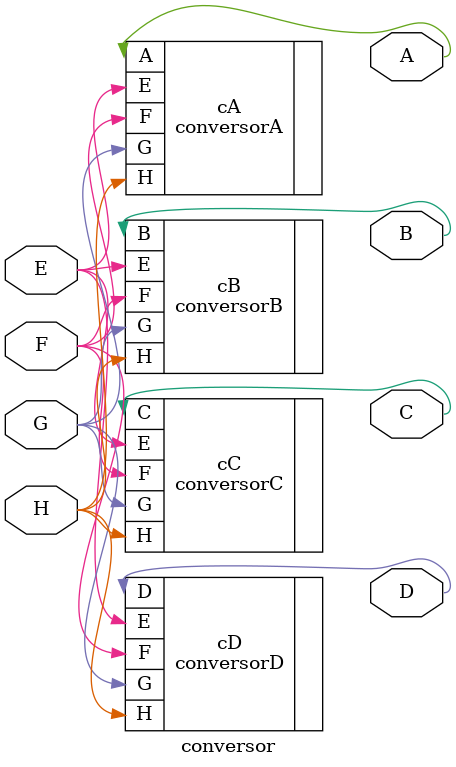
<source format=v>
module conversor(H,G,F,E,D,C,B,A);
input H,G,F,E;
output D,C,B,A;

conversorA cA (.H(H), .G(G), .F(F), .E(E), .A(A));
conversorB cB (.H(H), .G(G), .F(F), .E(E), .B(B));
conversorC cC (.H(H), .G(G), .F(F), .E(E), .C(C));
conversorD cD (.H(H), .G(G), .F(F), .E(E), .D(D));

endmodule
</source>
